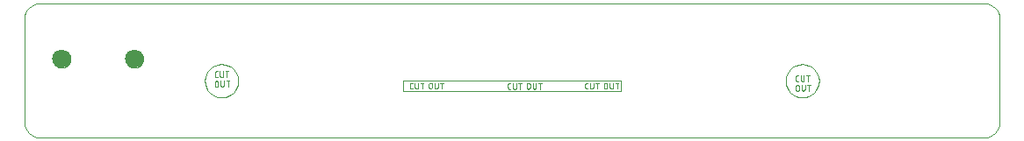
<source format=gbs>
G04 EAGLE Gerber RS-274X export*
G75*
%MOMM*%
%FSLAX34Y34*%
%LPD*%
%INSolder Mask bottom*%
%IPPOS*%
%AMOC8*
5,1,8,0,0,1.08239X$1,22.5*%
G01*
%ADD10C,0.001000*%
%ADD11C,0.050800*%
%ADD12C,0.000000*%
%ADD13C,1.801600*%


D10*
X-208369Y447928D02*
X701481Y447928D01*
X704509Y447620D01*
X707335Y446739D01*
X709895Y445345D01*
X712128Y443500D01*
X713973Y441267D01*
X715367Y438707D01*
X716248Y435881D01*
X716556Y432853D01*
X716556Y333003D01*
X716248Y329975D01*
X715367Y327149D01*
X713973Y324589D01*
X712128Y322356D01*
X709895Y320511D01*
X707335Y319117D01*
X704509Y318236D01*
X701481Y317928D01*
X-208369Y317928D01*
X-211397Y318236D01*
X-214223Y319117D01*
X-216783Y320511D01*
X-219016Y322356D01*
X-220861Y324589D01*
X-222255Y327149D01*
X-223136Y329975D01*
X-223444Y333003D01*
X-223444Y432853D01*
X-223136Y435881D01*
X-222255Y438707D01*
X-220861Y441267D01*
X-219016Y443500D01*
X-216783Y445345D01*
X-214223Y446739D01*
X-211397Y447620D01*
X-208369Y447928D01*
X526556Y388978D02*
X529791Y388652D01*
X532803Y387717D01*
X535530Y386237D01*
X537905Y384277D01*
X539865Y381902D01*
X541345Y379175D01*
X542280Y376163D01*
X542606Y372928D01*
X542280Y369693D01*
X541345Y366681D01*
X539865Y363954D01*
X537905Y361579D01*
X535530Y359619D01*
X532803Y358139D01*
X529791Y357204D01*
X526556Y356878D01*
X523321Y357204D01*
X520309Y358139D01*
X517582Y359619D01*
X515207Y361579D01*
X513247Y363954D01*
X511767Y366681D01*
X510832Y369693D01*
X510506Y372928D01*
X510832Y376163D01*
X511767Y379175D01*
X513247Y381902D01*
X515207Y384277D01*
X517582Y386237D01*
X520309Y387717D01*
X523321Y388652D01*
X526556Y388978D01*
X-30209Y388652D02*
X-33444Y388978D01*
X-30209Y388652D02*
X-27197Y387717D01*
X-24470Y386237D01*
X-22095Y384277D01*
X-20135Y381902D01*
X-18655Y379175D01*
X-17720Y376163D01*
X-17394Y372928D01*
X-17720Y369693D01*
X-18655Y366681D01*
X-20135Y363954D01*
X-22095Y361579D01*
X-24470Y359619D01*
X-27197Y358139D01*
X-30209Y357204D01*
X-33444Y356878D01*
X-36679Y357204D01*
X-39691Y358139D01*
X-42418Y359619D01*
X-44793Y361579D01*
X-46753Y363954D01*
X-48233Y366681D01*
X-49168Y369693D01*
X-49494Y372928D01*
X-49168Y376163D01*
X-48233Y379175D01*
X-46753Y381902D01*
X-44793Y384277D01*
X-42418Y386237D01*
X-39691Y387717D01*
X-36679Y388652D01*
X-33444Y388978D01*
X141556Y362928D02*
X351556Y362928D01*
X351556Y372928D01*
X141556Y372928D01*
X141556Y362928D01*
X523425Y388670D02*
X526556Y388978D01*
X523425Y388670D02*
X520414Y387756D01*
X517639Y386273D01*
X515207Y384277D01*
X513211Y381845D01*
X511728Y379070D01*
X510814Y376059D01*
X510506Y372928D01*
X510814Y369797D01*
X511728Y366786D01*
X513211Y364011D01*
X515207Y361579D01*
X517639Y359583D01*
X520414Y358100D01*
X523425Y357186D01*
X526556Y356878D01*
X529687Y357186D01*
X532698Y358100D01*
X535473Y359583D01*
X537905Y361579D01*
X539901Y364011D01*
X541384Y366786D01*
X542298Y369797D01*
X542606Y372928D01*
X542298Y376059D01*
X541384Y379070D01*
X539901Y381845D01*
X537905Y384277D01*
X535473Y386273D01*
X532698Y387756D01*
X529687Y388670D01*
X526556Y388978D01*
X-33444Y388978D02*
X-36575Y388670D01*
X-39586Y387756D01*
X-42361Y386273D01*
X-44793Y384277D01*
X-46789Y381845D01*
X-48272Y379070D01*
X-49186Y376059D01*
X-49494Y372928D01*
X-49186Y369797D01*
X-48272Y366786D01*
X-46789Y364011D01*
X-44793Y361579D01*
X-42361Y359583D01*
X-39586Y358100D01*
X-36575Y357186D01*
X-33444Y356878D01*
X-30313Y357186D01*
X-27302Y358100D01*
X-24527Y359583D01*
X-22095Y361579D01*
X-20099Y364011D01*
X-18616Y366786D01*
X-17702Y369797D01*
X-17394Y372928D01*
X-17702Y376059D01*
X-18616Y379070D01*
X-20099Y381845D01*
X-22095Y384277D01*
X-24527Y386273D01*
X-27302Y387756D01*
X-30313Y388670D01*
X-33444Y388978D01*
D11*
X-37262Y376398D02*
X-38504Y376398D01*
X-38574Y376400D01*
X-38643Y376406D01*
X-38712Y376416D01*
X-38780Y376429D01*
X-38848Y376447D01*
X-38914Y376468D01*
X-38979Y376493D01*
X-39043Y376521D01*
X-39105Y376553D01*
X-39165Y376588D01*
X-39223Y376627D01*
X-39278Y376669D01*
X-39332Y376714D01*
X-39382Y376762D01*
X-39430Y376812D01*
X-39475Y376866D01*
X-39517Y376921D01*
X-39556Y376979D01*
X-39591Y377039D01*
X-39623Y377101D01*
X-39651Y377165D01*
X-39676Y377230D01*
X-39697Y377296D01*
X-39715Y377364D01*
X-39728Y377432D01*
X-39738Y377501D01*
X-39744Y377570D01*
X-39746Y377640D01*
X-39746Y380744D01*
X-39744Y380814D01*
X-39738Y380883D01*
X-39728Y380952D01*
X-39715Y381020D01*
X-39697Y381088D01*
X-39676Y381154D01*
X-39651Y381219D01*
X-39623Y381283D01*
X-39591Y381345D01*
X-39556Y381405D01*
X-39517Y381463D01*
X-39475Y381518D01*
X-39430Y381572D01*
X-39382Y381622D01*
X-39332Y381670D01*
X-39278Y381715D01*
X-39223Y381757D01*
X-39165Y381796D01*
X-39105Y381831D01*
X-39043Y381863D01*
X-38979Y381891D01*
X-38914Y381916D01*
X-38848Y381937D01*
X-38780Y381955D01*
X-38712Y381968D01*
X-38643Y381978D01*
X-38574Y381984D01*
X-38504Y381986D01*
X-37262Y381986D01*
X-34975Y381986D02*
X-34975Y377950D01*
X-34973Y377873D01*
X-34967Y377795D01*
X-34958Y377719D01*
X-34944Y377642D01*
X-34927Y377567D01*
X-34906Y377493D01*
X-34881Y377419D01*
X-34853Y377347D01*
X-34821Y377277D01*
X-34786Y377208D01*
X-34747Y377141D01*
X-34705Y377076D01*
X-34660Y377013D01*
X-34612Y376952D01*
X-34561Y376894D01*
X-34507Y376839D01*
X-34450Y376786D01*
X-34391Y376737D01*
X-34329Y376690D01*
X-34265Y376646D01*
X-34199Y376606D01*
X-34131Y376569D01*
X-34061Y376535D01*
X-33990Y376505D01*
X-33917Y376479D01*
X-33843Y376456D01*
X-33768Y376437D01*
X-33693Y376422D01*
X-33616Y376410D01*
X-33539Y376402D01*
X-33462Y376398D01*
X-33384Y376398D01*
X-33307Y376402D01*
X-33230Y376410D01*
X-33153Y376422D01*
X-33078Y376437D01*
X-33003Y376456D01*
X-32929Y376479D01*
X-32856Y376505D01*
X-32785Y376535D01*
X-32715Y376569D01*
X-32647Y376606D01*
X-32581Y376646D01*
X-32517Y376690D01*
X-32455Y376737D01*
X-32396Y376786D01*
X-32339Y376839D01*
X-32285Y376894D01*
X-32234Y376952D01*
X-32186Y377013D01*
X-32141Y377076D01*
X-32099Y377141D01*
X-32060Y377208D01*
X-32025Y377277D01*
X-31993Y377347D01*
X-31965Y377419D01*
X-31940Y377493D01*
X-31919Y377567D01*
X-31902Y377642D01*
X-31888Y377719D01*
X-31879Y377795D01*
X-31873Y377873D01*
X-31871Y377950D01*
X-31870Y377950D02*
X-31870Y381986D01*
X-28119Y381986D02*
X-28119Y376398D01*
X-29671Y381986D02*
X-26567Y381986D01*
X-39746Y371290D02*
X-39746Y368806D01*
X-39746Y371290D02*
X-39744Y371367D01*
X-39738Y371445D01*
X-39729Y371521D01*
X-39715Y371598D01*
X-39698Y371673D01*
X-39677Y371747D01*
X-39652Y371821D01*
X-39624Y371893D01*
X-39592Y371963D01*
X-39557Y372032D01*
X-39518Y372099D01*
X-39476Y372164D01*
X-39431Y372227D01*
X-39383Y372288D01*
X-39332Y372346D01*
X-39278Y372401D01*
X-39221Y372454D01*
X-39162Y372503D01*
X-39100Y372550D01*
X-39036Y372594D01*
X-38970Y372634D01*
X-38902Y372671D01*
X-38832Y372705D01*
X-38761Y372735D01*
X-38688Y372761D01*
X-38614Y372784D01*
X-38539Y372803D01*
X-38464Y372818D01*
X-38387Y372830D01*
X-38310Y372838D01*
X-38233Y372842D01*
X-38155Y372842D01*
X-38078Y372838D01*
X-38001Y372830D01*
X-37924Y372818D01*
X-37849Y372803D01*
X-37774Y372784D01*
X-37700Y372761D01*
X-37627Y372735D01*
X-37556Y372705D01*
X-37486Y372671D01*
X-37418Y372634D01*
X-37352Y372594D01*
X-37288Y372550D01*
X-37226Y372503D01*
X-37167Y372454D01*
X-37110Y372401D01*
X-37056Y372346D01*
X-37005Y372288D01*
X-36957Y372227D01*
X-36912Y372164D01*
X-36870Y372099D01*
X-36831Y372032D01*
X-36796Y371963D01*
X-36764Y371893D01*
X-36736Y371821D01*
X-36711Y371747D01*
X-36690Y371673D01*
X-36673Y371598D01*
X-36659Y371521D01*
X-36650Y371445D01*
X-36644Y371367D01*
X-36642Y371290D01*
X-36642Y368806D01*
X-36644Y368729D01*
X-36650Y368651D01*
X-36659Y368575D01*
X-36673Y368498D01*
X-36690Y368423D01*
X-36711Y368349D01*
X-36736Y368275D01*
X-36764Y368203D01*
X-36796Y368133D01*
X-36831Y368064D01*
X-36870Y367997D01*
X-36912Y367932D01*
X-36957Y367869D01*
X-37005Y367808D01*
X-37056Y367750D01*
X-37110Y367695D01*
X-37167Y367642D01*
X-37226Y367593D01*
X-37288Y367546D01*
X-37352Y367502D01*
X-37418Y367462D01*
X-37486Y367425D01*
X-37556Y367391D01*
X-37627Y367361D01*
X-37700Y367335D01*
X-37774Y367312D01*
X-37849Y367293D01*
X-37924Y367278D01*
X-38001Y367266D01*
X-38078Y367258D01*
X-38155Y367254D01*
X-38233Y367254D01*
X-38310Y367258D01*
X-38387Y367266D01*
X-38464Y367278D01*
X-38539Y367293D01*
X-38614Y367312D01*
X-38688Y367335D01*
X-38761Y367361D01*
X-38832Y367391D01*
X-38902Y367425D01*
X-38970Y367462D01*
X-39036Y367502D01*
X-39100Y367546D01*
X-39162Y367593D01*
X-39221Y367642D01*
X-39278Y367695D01*
X-39332Y367750D01*
X-39383Y367808D01*
X-39431Y367869D01*
X-39476Y367932D01*
X-39518Y367997D01*
X-39557Y368064D01*
X-39592Y368133D01*
X-39624Y368203D01*
X-39652Y368275D01*
X-39677Y368349D01*
X-39698Y368423D01*
X-39715Y368498D01*
X-39729Y368575D01*
X-39738Y368651D01*
X-39744Y368729D01*
X-39746Y368806D01*
X-34077Y368806D02*
X-34077Y372842D01*
X-34077Y368806D02*
X-34075Y368729D01*
X-34069Y368651D01*
X-34060Y368575D01*
X-34046Y368498D01*
X-34029Y368423D01*
X-34008Y368349D01*
X-33983Y368275D01*
X-33955Y368203D01*
X-33923Y368133D01*
X-33888Y368064D01*
X-33849Y367997D01*
X-33807Y367932D01*
X-33762Y367869D01*
X-33714Y367808D01*
X-33663Y367750D01*
X-33609Y367695D01*
X-33552Y367642D01*
X-33493Y367593D01*
X-33431Y367546D01*
X-33367Y367502D01*
X-33301Y367462D01*
X-33233Y367425D01*
X-33163Y367391D01*
X-33092Y367361D01*
X-33019Y367335D01*
X-32945Y367312D01*
X-32870Y367293D01*
X-32795Y367278D01*
X-32718Y367266D01*
X-32641Y367258D01*
X-32564Y367254D01*
X-32486Y367254D01*
X-32409Y367258D01*
X-32332Y367266D01*
X-32255Y367278D01*
X-32180Y367293D01*
X-32105Y367312D01*
X-32031Y367335D01*
X-31958Y367361D01*
X-31887Y367391D01*
X-31817Y367425D01*
X-31749Y367462D01*
X-31683Y367502D01*
X-31619Y367546D01*
X-31557Y367593D01*
X-31498Y367642D01*
X-31441Y367695D01*
X-31387Y367750D01*
X-31336Y367808D01*
X-31288Y367869D01*
X-31243Y367932D01*
X-31201Y367997D01*
X-31162Y368064D01*
X-31127Y368133D01*
X-31095Y368203D01*
X-31067Y368275D01*
X-31042Y368349D01*
X-31021Y368423D01*
X-31004Y368498D01*
X-30990Y368575D01*
X-30981Y368651D01*
X-30975Y368729D01*
X-30973Y368806D01*
X-30972Y368806D02*
X-30972Y372842D01*
X-27221Y372842D02*
X-27221Y367254D01*
X-28773Y372842D02*
X-25669Y372842D01*
X521496Y372398D02*
X522738Y372398D01*
X521496Y372398D02*
X521426Y372400D01*
X521357Y372406D01*
X521288Y372416D01*
X521220Y372429D01*
X521152Y372447D01*
X521086Y372468D01*
X521021Y372493D01*
X520957Y372521D01*
X520895Y372553D01*
X520835Y372588D01*
X520777Y372627D01*
X520722Y372669D01*
X520668Y372714D01*
X520618Y372762D01*
X520570Y372812D01*
X520525Y372866D01*
X520483Y372921D01*
X520444Y372979D01*
X520409Y373039D01*
X520377Y373101D01*
X520349Y373165D01*
X520324Y373230D01*
X520303Y373296D01*
X520285Y373364D01*
X520272Y373432D01*
X520262Y373501D01*
X520256Y373570D01*
X520254Y373640D01*
X520254Y376744D01*
X520256Y376814D01*
X520262Y376883D01*
X520272Y376952D01*
X520285Y377020D01*
X520303Y377088D01*
X520324Y377154D01*
X520349Y377219D01*
X520377Y377283D01*
X520409Y377345D01*
X520444Y377405D01*
X520483Y377463D01*
X520525Y377518D01*
X520570Y377572D01*
X520618Y377622D01*
X520668Y377670D01*
X520722Y377715D01*
X520777Y377757D01*
X520835Y377796D01*
X520895Y377831D01*
X520957Y377863D01*
X521021Y377891D01*
X521086Y377916D01*
X521152Y377937D01*
X521220Y377955D01*
X521288Y377968D01*
X521357Y377978D01*
X521426Y377984D01*
X521496Y377986D01*
X522738Y377986D01*
X525025Y377986D02*
X525025Y373950D01*
X525027Y373873D01*
X525033Y373795D01*
X525042Y373719D01*
X525056Y373642D01*
X525073Y373567D01*
X525094Y373493D01*
X525119Y373419D01*
X525147Y373347D01*
X525179Y373277D01*
X525214Y373208D01*
X525253Y373141D01*
X525295Y373076D01*
X525340Y373013D01*
X525388Y372952D01*
X525439Y372894D01*
X525493Y372839D01*
X525550Y372786D01*
X525609Y372737D01*
X525671Y372690D01*
X525735Y372646D01*
X525801Y372606D01*
X525869Y372569D01*
X525939Y372535D01*
X526010Y372505D01*
X526083Y372479D01*
X526157Y372456D01*
X526232Y372437D01*
X526307Y372422D01*
X526384Y372410D01*
X526461Y372402D01*
X526538Y372398D01*
X526616Y372398D01*
X526693Y372402D01*
X526770Y372410D01*
X526847Y372422D01*
X526922Y372437D01*
X526997Y372456D01*
X527071Y372479D01*
X527144Y372505D01*
X527215Y372535D01*
X527285Y372569D01*
X527353Y372606D01*
X527419Y372646D01*
X527483Y372690D01*
X527545Y372737D01*
X527604Y372786D01*
X527661Y372839D01*
X527715Y372894D01*
X527766Y372952D01*
X527814Y373013D01*
X527859Y373076D01*
X527901Y373141D01*
X527940Y373208D01*
X527975Y373277D01*
X528007Y373347D01*
X528035Y373419D01*
X528060Y373493D01*
X528081Y373567D01*
X528098Y373642D01*
X528112Y373719D01*
X528121Y373795D01*
X528127Y373873D01*
X528129Y373950D01*
X528130Y373950D02*
X528130Y377986D01*
X531881Y377986D02*
X531881Y372398D01*
X530329Y377986D02*
X533433Y377986D01*
X520254Y367290D02*
X520254Y364806D01*
X520254Y367290D02*
X520256Y367367D01*
X520262Y367445D01*
X520271Y367521D01*
X520285Y367598D01*
X520302Y367673D01*
X520323Y367747D01*
X520348Y367821D01*
X520376Y367893D01*
X520408Y367963D01*
X520443Y368032D01*
X520482Y368099D01*
X520524Y368164D01*
X520569Y368227D01*
X520617Y368288D01*
X520668Y368346D01*
X520722Y368401D01*
X520779Y368454D01*
X520838Y368503D01*
X520900Y368550D01*
X520964Y368594D01*
X521030Y368634D01*
X521098Y368671D01*
X521168Y368705D01*
X521239Y368735D01*
X521312Y368761D01*
X521386Y368784D01*
X521461Y368803D01*
X521536Y368818D01*
X521613Y368830D01*
X521690Y368838D01*
X521767Y368842D01*
X521845Y368842D01*
X521922Y368838D01*
X521999Y368830D01*
X522076Y368818D01*
X522151Y368803D01*
X522226Y368784D01*
X522300Y368761D01*
X522373Y368735D01*
X522444Y368705D01*
X522514Y368671D01*
X522582Y368634D01*
X522648Y368594D01*
X522712Y368550D01*
X522774Y368503D01*
X522833Y368454D01*
X522890Y368401D01*
X522944Y368346D01*
X522995Y368288D01*
X523043Y368227D01*
X523088Y368164D01*
X523130Y368099D01*
X523169Y368032D01*
X523204Y367963D01*
X523236Y367893D01*
X523264Y367821D01*
X523289Y367747D01*
X523310Y367673D01*
X523327Y367598D01*
X523341Y367521D01*
X523350Y367445D01*
X523356Y367367D01*
X523358Y367290D01*
X523358Y364806D01*
X523356Y364729D01*
X523350Y364651D01*
X523341Y364575D01*
X523327Y364498D01*
X523310Y364423D01*
X523289Y364349D01*
X523264Y364275D01*
X523236Y364203D01*
X523204Y364133D01*
X523169Y364064D01*
X523130Y363997D01*
X523088Y363932D01*
X523043Y363869D01*
X522995Y363808D01*
X522944Y363750D01*
X522890Y363695D01*
X522833Y363642D01*
X522774Y363593D01*
X522712Y363546D01*
X522648Y363502D01*
X522582Y363462D01*
X522514Y363425D01*
X522444Y363391D01*
X522373Y363361D01*
X522300Y363335D01*
X522226Y363312D01*
X522151Y363293D01*
X522076Y363278D01*
X521999Y363266D01*
X521922Y363258D01*
X521845Y363254D01*
X521767Y363254D01*
X521690Y363258D01*
X521613Y363266D01*
X521536Y363278D01*
X521461Y363293D01*
X521386Y363312D01*
X521312Y363335D01*
X521239Y363361D01*
X521168Y363391D01*
X521098Y363425D01*
X521030Y363462D01*
X520964Y363502D01*
X520900Y363546D01*
X520838Y363593D01*
X520779Y363642D01*
X520722Y363695D01*
X520668Y363750D01*
X520617Y363808D01*
X520569Y363869D01*
X520524Y363932D01*
X520482Y363997D01*
X520443Y364064D01*
X520408Y364133D01*
X520376Y364203D01*
X520348Y364275D01*
X520323Y364349D01*
X520302Y364423D01*
X520285Y364498D01*
X520271Y364575D01*
X520262Y364651D01*
X520256Y364729D01*
X520254Y364806D01*
X525923Y364806D02*
X525923Y368842D01*
X525923Y364806D02*
X525925Y364729D01*
X525931Y364651D01*
X525940Y364575D01*
X525954Y364498D01*
X525971Y364423D01*
X525992Y364349D01*
X526017Y364275D01*
X526045Y364203D01*
X526077Y364133D01*
X526112Y364064D01*
X526151Y363997D01*
X526193Y363932D01*
X526238Y363869D01*
X526286Y363808D01*
X526337Y363750D01*
X526391Y363695D01*
X526448Y363642D01*
X526507Y363593D01*
X526569Y363546D01*
X526633Y363502D01*
X526699Y363462D01*
X526767Y363425D01*
X526837Y363391D01*
X526908Y363361D01*
X526981Y363335D01*
X527055Y363312D01*
X527130Y363293D01*
X527205Y363278D01*
X527282Y363266D01*
X527359Y363258D01*
X527436Y363254D01*
X527514Y363254D01*
X527591Y363258D01*
X527668Y363266D01*
X527745Y363278D01*
X527820Y363293D01*
X527895Y363312D01*
X527969Y363335D01*
X528042Y363361D01*
X528113Y363391D01*
X528183Y363425D01*
X528251Y363462D01*
X528317Y363502D01*
X528381Y363546D01*
X528443Y363593D01*
X528502Y363642D01*
X528559Y363695D01*
X528613Y363750D01*
X528664Y363808D01*
X528712Y363869D01*
X528757Y363932D01*
X528799Y363997D01*
X528838Y364064D01*
X528873Y364133D01*
X528905Y364203D01*
X528933Y364275D01*
X528958Y364349D01*
X528979Y364423D01*
X528996Y364498D01*
X529010Y364575D01*
X529019Y364651D01*
X529025Y364729D01*
X529027Y364806D01*
X529028Y364806D02*
X529028Y368842D01*
X532779Y368842D02*
X532779Y363254D01*
X531227Y368842D02*
X534331Y368842D01*
X150738Y365254D02*
X149496Y365254D01*
X149426Y365256D01*
X149357Y365262D01*
X149288Y365272D01*
X149220Y365285D01*
X149152Y365303D01*
X149086Y365324D01*
X149021Y365349D01*
X148957Y365377D01*
X148895Y365409D01*
X148835Y365444D01*
X148777Y365483D01*
X148722Y365525D01*
X148668Y365570D01*
X148618Y365618D01*
X148570Y365668D01*
X148525Y365722D01*
X148483Y365777D01*
X148444Y365835D01*
X148409Y365895D01*
X148377Y365957D01*
X148349Y366021D01*
X148324Y366086D01*
X148303Y366152D01*
X148285Y366220D01*
X148272Y366288D01*
X148262Y366357D01*
X148256Y366426D01*
X148254Y366496D01*
X148254Y369600D01*
X148256Y369670D01*
X148262Y369739D01*
X148272Y369808D01*
X148285Y369876D01*
X148303Y369944D01*
X148324Y370010D01*
X148349Y370075D01*
X148377Y370139D01*
X148409Y370201D01*
X148444Y370261D01*
X148483Y370319D01*
X148525Y370374D01*
X148570Y370428D01*
X148618Y370478D01*
X148668Y370526D01*
X148722Y370571D01*
X148777Y370613D01*
X148835Y370652D01*
X148895Y370687D01*
X148957Y370719D01*
X149021Y370747D01*
X149086Y370772D01*
X149152Y370793D01*
X149220Y370811D01*
X149288Y370824D01*
X149357Y370834D01*
X149426Y370840D01*
X149496Y370842D01*
X150738Y370842D01*
X153025Y370842D02*
X153025Y366806D01*
X153027Y366729D01*
X153033Y366651D01*
X153042Y366575D01*
X153056Y366498D01*
X153073Y366423D01*
X153094Y366349D01*
X153119Y366275D01*
X153147Y366203D01*
X153179Y366133D01*
X153214Y366064D01*
X153253Y365997D01*
X153295Y365932D01*
X153340Y365869D01*
X153388Y365808D01*
X153439Y365750D01*
X153493Y365695D01*
X153550Y365642D01*
X153609Y365593D01*
X153671Y365546D01*
X153735Y365502D01*
X153801Y365462D01*
X153869Y365425D01*
X153939Y365391D01*
X154010Y365361D01*
X154083Y365335D01*
X154157Y365312D01*
X154232Y365293D01*
X154307Y365278D01*
X154384Y365266D01*
X154461Y365258D01*
X154538Y365254D01*
X154616Y365254D01*
X154693Y365258D01*
X154770Y365266D01*
X154847Y365278D01*
X154922Y365293D01*
X154997Y365312D01*
X155071Y365335D01*
X155144Y365361D01*
X155215Y365391D01*
X155285Y365425D01*
X155353Y365462D01*
X155419Y365502D01*
X155483Y365546D01*
X155545Y365593D01*
X155604Y365642D01*
X155661Y365695D01*
X155715Y365750D01*
X155766Y365808D01*
X155814Y365869D01*
X155859Y365932D01*
X155901Y365997D01*
X155940Y366064D01*
X155975Y366133D01*
X156007Y366203D01*
X156035Y366275D01*
X156060Y366349D01*
X156081Y366423D01*
X156098Y366498D01*
X156112Y366575D01*
X156121Y366651D01*
X156127Y366729D01*
X156129Y366806D01*
X156130Y366806D02*
X156130Y370842D01*
X159881Y370842D02*
X159881Y365254D01*
X158329Y370842D02*
X161433Y370842D01*
X166375Y369290D02*
X166375Y366806D01*
X166375Y369290D02*
X166377Y369367D01*
X166383Y369445D01*
X166392Y369521D01*
X166406Y369598D01*
X166423Y369673D01*
X166444Y369747D01*
X166469Y369821D01*
X166497Y369893D01*
X166529Y369963D01*
X166564Y370032D01*
X166603Y370099D01*
X166645Y370164D01*
X166690Y370227D01*
X166738Y370288D01*
X166789Y370346D01*
X166843Y370401D01*
X166900Y370454D01*
X166959Y370503D01*
X167021Y370550D01*
X167085Y370594D01*
X167151Y370634D01*
X167219Y370671D01*
X167289Y370705D01*
X167360Y370735D01*
X167433Y370761D01*
X167507Y370784D01*
X167582Y370803D01*
X167657Y370818D01*
X167734Y370830D01*
X167811Y370838D01*
X167888Y370842D01*
X167966Y370842D01*
X168043Y370838D01*
X168120Y370830D01*
X168197Y370818D01*
X168272Y370803D01*
X168347Y370784D01*
X168421Y370761D01*
X168494Y370735D01*
X168565Y370705D01*
X168635Y370671D01*
X168703Y370634D01*
X168769Y370594D01*
X168833Y370550D01*
X168895Y370503D01*
X168954Y370454D01*
X169011Y370401D01*
X169065Y370346D01*
X169116Y370288D01*
X169164Y370227D01*
X169209Y370164D01*
X169251Y370099D01*
X169290Y370032D01*
X169325Y369963D01*
X169357Y369893D01*
X169385Y369821D01*
X169410Y369747D01*
X169431Y369673D01*
X169448Y369598D01*
X169462Y369521D01*
X169471Y369445D01*
X169477Y369367D01*
X169479Y369290D01*
X169480Y369290D02*
X169480Y366806D01*
X169479Y366806D02*
X169477Y366729D01*
X169471Y366651D01*
X169462Y366575D01*
X169448Y366498D01*
X169431Y366423D01*
X169410Y366349D01*
X169385Y366275D01*
X169357Y366203D01*
X169325Y366133D01*
X169290Y366064D01*
X169251Y365997D01*
X169209Y365932D01*
X169164Y365869D01*
X169116Y365808D01*
X169065Y365750D01*
X169011Y365695D01*
X168954Y365642D01*
X168895Y365593D01*
X168833Y365546D01*
X168769Y365502D01*
X168703Y365462D01*
X168635Y365425D01*
X168565Y365391D01*
X168494Y365361D01*
X168421Y365335D01*
X168347Y365312D01*
X168272Y365293D01*
X168197Y365278D01*
X168120Y365266D01*
X168043Y365258D01*
X167966Y365254D01*
X167888Y365254D01*
X167811Y365258D01*
X167734Y365266D01*
X167657Y365278D01*
X167582Y365293D01*
X167507Y365312D01*
X167433Y365335D01*
X167360Y365361D01*
X167289Y365391D01*
X167219Y365425D01*
X167151Y365462D01*
X167085Y365502D01*
X167021Y365546D01*
X166959Y365593D01*
X166900Y365642D01*
X166843Y365695D01*
X166789Y365750D01*
X166738Y365808D01*
X166690Y365869D01*
X166645Y365932D01*
X166603Y365997D01*
X166564Y366064D01*
X166529Y366133D01*
X166497Y366203D01*
X166469Y366275D01*
X166444Y366349D01*
X166423Y366423D01*
X166406Y366498D01*
X166392Y366575D01*
X166383Y366651D01*
X166377Y366729D01*
X166375Y366806D01*
X172045Y366806D02*
X172045Y370842D01*
X172045Y366806D02*
X172047Y366729D01*
X172053Y366651D01*
X172062Y366575D01*
X172076Y366498D01*
X172093Y366423D01*
X172114Y366349D01*
X172139Y366275D01*
X172167Y366203D01*
X172199Y366133D01*
X172234Y366064D01*
X172273Y365997D01*
X172315Y365932D01*
X172360Y365869D01*
X172408Y365808D01*
X172459Y365750D01*
X172513Y365695D01*
X172570Y365642D01*
X172629Y365593D01*
X172691Y365546D01*
X172755Y365502D01*
X172821Y365462D01*
X172889Y365425D01*
X172959Y365391D01*
X173030Y365361D01*
X173103Y365335D01*
X173177Y365312D01*
X173252Y365293D01*
X173327Y365278D01*
X173404Y365266D01*
X173481Y365258D01*
X173558Y365254D01*
X173636Y365254D01*
X173713Y365258D01*
X173790Y365266D01*
X173867Y365278D01*
X173942Y365293D01*
X174017Y365312D01*
X174091Y365335D01*
X174164Y365361D01*
X174235Y365391D01*
X174305Y365425D01*
X174373Y365462D01*
X174439Y365502D01*
X174503Y365546D01*
X174565Y365593D01*
X174624Y365642D01*
X174681Y365695D01*
X174735Y365750D01*
X174786Y365808D01*
X174834Y365869D01*
X174879Y365932D01*
X174921Y365997D01*
X174960Y366064D01*
X174995Y366133D01*
X175027Y366203D01*
X175055Y366275D01*
X175080Y366349D01*
X175101Y366423D01*
X175118Y366498D01*
X175132Y366575D01*
X175141Y366651D01*
X175147Y366729D01*
X175149Y366806D01*
X175149Y370842D01*
X178900Y370842D02*
X178900Y365254D01*
X177348Y370842D02*
X180452Y370842D01*
X244058Y364955D02*
X245300Y364955D01*
X244058Y364955D02*
X243988Y364957D01*
X243919Y364963D01*
X243850Y364973D01*
X243782Y364986D01*
X243714Y365004D01*
X243648Y365025D01*
X243583Y365050D01*
X243519Y365078D01*
X243457Y365110D01*
X243397Y365145D01*
X243339Y365184D01*
X243284Y365226D01*
X243230Y365271D01*
X243180Y365319D01*
X243132Y365369D01*
X243087Y365423D01*
X243045Y365478D01*
X243006Y365536D01*
X242971Y365596D01*
X242939Y365658D01*
X242911Y365722D01*
X242886Y365787D01*
X242865Y365853D01*
X242847Y365921D01*
X242834Y365989D01*
X242824Y366058D01*
X242818Y366127D01*
X242816Y366197D01*
X242816Y369301D01*
X242818Y369371D01*
X242824Y369440D01*
X242834Y369509D01*
X242847Y369577D01*
X242865Y369645D01*
X242886Y369711D01*
X242911Y369776D01*
X242939Y369840D01*
X242971Y369902D01*
X243006Y369962D01*
X243045Y370020D01*
X243087Y370075D01*
X243132Y370129D01*
X243180Y370179D01*
X243230Y370227D01*
X243284Y370272D01*
X243339Y370314D01*
X243397Y370353D01*
X243457Y370388D01*
X243519Y370420D01*
X243583Y370448D01*
X243648Y370473D01*
X243714Y370494D01*
X243782Y370512D01*
X243850Y370525D01*
X243919Y370535D01*
X243988Y370541D01*
X244058Y370543D01*
X245300Y370543D01*
X247587Y370543D02*
X247587Y366507D01*
X247588Y366507D02*
X247590Y366430D01*
X247596Y366352D01*
X247605Y366276D01*
X247619Y366199D01*
X247636Y366124D01*
X247657Y366050D01*
X247682Y365976D01*
X247710Y365904D01*
X247742Y365834D01*
X247777Y365765D01*
X247816Y365698D01*
X247858Y365633D01*
X247903Y365570D01*
X247951Y365509D01*
X248002Y365451D01*
X248056Y365396D01*
X248113Y365343D01*
X248172Y365294D01*
X248234Y365247D01*
X248298Y365203D01*
X248364Y365163D01*
X248432Y365126D01*
X248502Y365092D01*
X248573Y365062D01*
X248646Y365036D01*
X248720Y365013D01*
X248795Y364994D01*
X248870Y364979D01*
X248947Y364967D01*
X249024Y364959D01*
X249101Y364955D01*
X249179Y364955D01*
X249256Y364959D01*
X249333Y364967D01*
X249410Y364979D01*
X249485Y364994D01*
X249560Y365013D01*
X249634Y365036D01*
X249707Y365062D01*
X249778Y365092D01*
X249848Y365126D01*
X249916Y365163D01*
X249982Y365203D01*
X250046Y365247D01*
X250108Y365294D01*
X250167Y365343D01*
X250224Y365396D01*
X250278Y365451D01*
X250329Y365509D01*
X250377Y365570D01*
X250422Y365633D01*
X250464Y365698D01*
X250503Y365765D01*
X250538Y365834D01*
X250570Y365904D01*
X250598Y365976D01*
X250623Y366050D01*
X250644Y366124D01*
X250661Y366199D01*
X250675Y366276D01*
X250684Y366352D01*
X250690Y366430D01*
X250692Y366507D01*
X250692Y370543D01*
X254443Y370543D02*
X254443Y364955D01*
X252891Y370543D02*
X255995Y370543D01*
X260938Y368991D02*
X260938Y366507D01*
X260938Y368991D02*
X260940Y369068D01*
X260946Y369146D01*
X260955Y369222D01*
X260969Y369299D01*
X260986Y369374D01*
X261007Y369448D01*
X261032Y369522D01*
X261060Y369594D01*
X261092Y369664D01*
X261127Y369733D01*
X261166Y369800D01*
X261208Y369865D01*
X261253Y369928D01*
X261301Y369989D01*
X261352Y370047D01*
X261406Y370102D01*
X261463Y370155D01*
X261522Y370204D01*
X261584Y370251D01*
X261648Y370295D01*
X261714Y370335D01*
X261782Y370372D01*
X261852Y370406D01*
X261923Y370436D01*
X261996Y370462D01*
X262070Y370485D01*
X262145Y370504D01*
X262220Y370519D01*
X262297Y370531D01*
X262374Y370539D01*
X262451Y370543D01*
X262529Y370543D01*
X262606Y370539D01*
X262683Y370531D01*
X262760Y370519D01*
X262835Y370504D01*
X262910Y370485D01*
X262984Y370462D01*
X263057Y370436D01*
X263128Y370406D01*
X263198Y370372D01*
X263266Y370335D01*
X263332Y370295D01*
X263396Y370251D01*
X263458Y370204D01*
X263517Y370155D01*
X263574Y370102D01*
X263628Y370047D01*
X263679Y369989D01*
X263727Y369928D01*
X263772Y369865D01*
X263814Y369800D01*
X263853Y369733D01*
X263888Y369664D01*
X263920Y369594D01*
X263948Y369522D01*
X263973Y369448D01*
X263994Y369374D01*
X264011Y369299D01*
X264025Y369222D01*
X264034Y369146D01*
X264040Y369068D01*
X264042Y368991D01*
X264042Y366507D01*
X264040Y366430D01*
X264034Y366352D01*
X264025Y366276D01*
X264011Y366199D01*
X263994Y366124D01*
X263973Y366050D01*
X263948Y365976D01*
X263920Y365904D01*
X263888Y365834D01*
X263853Y365765D01*
X263814Y365698D01*
X263772Y365633D01*
X263727Y365570D01*
X263679Y365509D01*
X263628Y365451D01*
X263574Y365396D01*
X263517Y365343D01*
X263458Y365294D01*
X263396Y365247D01*
X263332Y365203D01*
X263266Y365163D01*
X263198Y365126D01*
X263128Y365092D01*
X263057Y365062D01*
X262984Y365036D01*
X262910Y365013D01*
X262835Y364994D01*
X262760Y364979D01*
X262683Y364967D01*
X262606Y364959D01*
X262529Y364955D01*
X262451Y364955D01*
X262374Y364959D01*
X262297Y364967D01*
X262220Y364979D01*
X262145Y364994D01*
X262070Y365013D01*
X261996Y365036D01*
X261923Y365062D01*
X261852Y365092D01*
X261782Y365126D01*
X261714Y365163D01*
X261648Y365203D01*
X261584Y365247D01*
X261522Y365294D01*
X261463Y365343D01*
X261406Y365396D01*
X261352Y365451D01*
X261301Y365509D01*
X261253Y365570D01*
X261208Y365633D01*
X261166Y365698D01*
X261127Y365765D01*
X261092Y365834D01*
X261060Y365904D01*
X261032Y365976D01*
X261007Y366050D01*
X260986Y366124D01*
X260969Y366199D01*
X260955Y366276D01*
X260946Y366352D01*
X260940Y366430D01*
X260938Y366507D01*
X266607Y366507D02*
X266607Y370543D01*
X266607Y366507D02*
X266609Y366430D01*
X266615Y366352D01*
X266624Y366276D01*
X266638Y366199D01*
X266655Y366124D01*
X266676Y366050D01*
X266701Y365976D01*
X266729Y365904D01*
X266761Y365834D01*
X266796Y365765D01*
X266835Y365698D01*
X266877Y365633D01*
X266922Y365570D01*
X266970Y365509D01*
X267021Y365451D01*
X267075Y365396D01*
X267132Y365343D01*
X267191Y365294D01*
X267253Y365247D01*
X267317Y365203D01*
X267383Y365163D01*
X267451Y365126D01*
X267521Y365092D01*
X267592Y365062D01*
X267665Y365036D01*
X267739Y365013D01*
X267814Y364994D01*
X267889Y364979D01*
X267966Y364967D01*
X268043Y364959D01*
X268120Y364955D01*
X268198Y364955D01*
X268275Y364959D01*
X268352Y364967D01*
X268429Y364979D01*
X268504Y364994D01*
X268579Y365013D01*
X268653Y365036D01*
X268726Y365062D01*
X268797Y365092D01*
X268867Y365126D01*
X268935Y365163D01*
X269001Y365203D01*
X269065Y365247D01*
X269127Y365294D01*
X269186Y365343D01*
X269243Y365396D01*
X269297Y365451D01*
X269348Y365509D01*
X269396Y365570D01*
X269441Y365633D01*
X269483Y365698D01*
X269522Y365765D01*
X269557Y365834D01*
X269589Y365904D01*
X269617Y365976D01*
X269642Y366050D01*
X269663Y366124D01*
X269680Y366199D01*
X269694Y366276D01*
X269703Y366352D01*
X269709Y366430D01*
X269711Y366507D01*
X269711Y370543D01*
X273463Y370543D02*
X273463Y364955D01*
X271910Y370543D02*
X275015Y370543D01*
X318496Y365254D02*
X319738Y365254D01*
X318496Y365254D02*
X318426Y365256D01*
X318357Y365262D01*
X318288Y365272D01*
X318220Y365285D01*
X318152Y365303D01*
X318086Y365324D01*
X318021Y365349D01*
X317957Y365377D01*
X317895Y365409D01*
X317835Y365444D01*
X317777Y365483D01*
X317722Y365525D01*
X317668Y365570D01*
X317618Y365618D01*
X317570Y365668D01*
X317525Y365722D01*
X317483Y365777D01*
X317444Y365835D01*
X317409Y365895D01*
X317377Y365957D01*
X317349Y366021D01*
X317324Y366086D01*
X317303Y366152D01*
X317285Y366220D01*
X317272Y366288D01*
X317262Y366357D01*
X317256Y366426D01*
X317254Y366496D01*
X317254Y369600D01*
X317256Y369670D01*
X317262Y369739D01*
X317272Y369808D01*
X317285Y369876D01*
X317303Y369944D01*
X317324Y370010D01*
X317349Y370075D01*
X317377Y370139D01*
X317409Y370201D01*
X317444Y370261D01*
X317483Y370319D01*
X317525Y370374D01*
X317570Y370428D01*
X317618Y370478D01*
X317668Y370526D01*
X317722Y370571D01*
X317777Y370613D01*
X317835Y370652D01*
X317895Y370687D01*
X317957Y370719D01*
X318021Y370747D01*
X318086Y370772D01*
X318152Y370793D01*
X318220Y370811D01*
X318288Y370824D01*
X318357Y370834D01*
X318426Y370840D01*
X318496Y370842D01*
X319738Y370842D01*
X322025Y370842D02*
X322025Y366806D01*
X322027Y366729D01*
X322033Y366651D01*
X322042Y366575D01*
X322056Y366498D01*
X322073Y366423D01*
X322094Y366349D01*
X322119Y366275D01*
X322147Y366203D01*
X322179Y366133D01*
X322214Y366064D01*
X322253Y365997D01*
X322295Y365932D01*
X322340Y365869D01*
X322388Y365808D01*
X322439Y365750D01*
X322493Y365695D01*
X322550Y365642D01*
X322609Y365593D01*
X322671Y365546D01*
X322735Y365502D01*
X322801Y365462D01*
X322869Y365425D01*
X322939Y365391D01*
X323010Y365361D01*
X323083Y365335D01*
X323157Y365312D01*
X323232Y365293D01*
X323307Y365278D01*
X323384Y365266D01*
X323461Y365258D01*
X323538Y365254D01*
X323616Y365254D01*
X323693Y365258D01*
X323770Y365266D01*
X323847Y365278D01*
X323922Y365293D01*
X323997Y365312D01*
X324071Y365335D01*
X324144Y365361D01*
X324215Y365391D01*
X324285Y365425D01*
X324353Y365462D01*
X324419Y365502D01*
X324483Y365546D01*
X324545Y365593D01*
X324604Y365642D01*
X324661Y365695D01*
X324715Y365750D01*
X324766Y365808D01*
X324814Y365869D01*
X324859Y365932D01*
X324901Y365997D01*
X324940Y366064D01*
X324975Y366133D01*
X325007Y366203D01*
X325035Y366275D01*
X325060Y366349D01*
X325081Y366423D01*
X325098Y366498D01*
X325112Y366575D01*
X325121Y366651D01*
X325127Y366729D01*
X325129Y366806D01*
X325130Y366806D02*
X325130Y370842D01*
X328881Y370842D02*
X328881Y365254D01*
X327329Y370842D02*
X330433Y370842D01*
X335375Y369290D02*
X335375Y366806D01*
X335375Y369290D02*
X335377Y369367D01*
X335383Y369445D01*
X335392Y369521D01*
X335406Y369598D01*
X335423Y369673D01*
X335444Y369747D01*
X335469Y369821D01*
X335497Y369893D01*
X335529Y369963D01*
X335564Y370032D01*
X335603Y370099D01*
X335645Y370164D01*
X335690Y370227D01*
X335738Y370288D01*
X335789Y370346D01*
X335843Y370401D01*
X335900Y370454D01*
X335959Y370503D01*
X336021Y370550D01*
X336085Y370594D01*
X336151Y370634D01*
X336219Y370671D01*
X336289Y370705D01*
X336360Y370735D01*
X336433Y370761D01*
X336507Y370784D01*
X336582Y370803D01*
X336657Y370818D01*
X336734Y370830D01*
X336811Y370838D01*
X336888Y370842D01*
X336966Y370842D01*
X337043Y370838D01*
X337120Y370830D01*
X337197Y370818D01*
X337272Y370803D01*
X337347Y370784D01*
X337421Y370761D01*
X337494Y370735D01*
X337565Y370705D01*
X337635Y370671D01*
X337703Y370634D01*
X337769Y370594D01*
X337833Y370550D01*
X337895Y370503D01*
X337954Y370454D01*
X338011Y370401D01*
X338065Y370346D01*
X338116Y370288D01*
X338164Y370227D01*
X338209Y370164D01*
X338251Y370099D01*
X338290Y370032D01*
X338325Y369963D01*
X338357Y369893D01*
X338385Y369821D01*
X338410Y369747D01*
X338431Y369673D01*
X338448Y369598D01*
X338462Y369521D01*
X338471Y369445D01*
X338477Y369367D01*
X338479Y369290D01*
X338480Y369290D02*
X338480Y366806D01*
X338479Y366806D02*
X338477Y366729D01*
X338471Y366651D01*
X338462Y366575D01*
X338448Y366498D01*
X338431Y366423D01*
X338410Y366349D01*
X338385Y366275D01*
X338357Y366203D01*
X338325Y366133D01*
X338290Y366064D01*
X338251Y365997D01*
X338209Y365932D01*
X338164Y365869D01*
X338116Y365808D01*
X338065Y365750D01*
X338011Y365695D01*
X337954Y365642D01*
X337895Y365593D01*
X337833Y365546D01*
X337769Y365502D01*
X337703Y365462D01*
X337635Y365425D01*
X337565Y365391D01*
X337494Y365361D01*
X337421Y365335D01*
X337347Y365312D01*
X337272Y365293D01*
X337197Y365278D01*
X337120Y365266D01*
X337043Y365258D01*
X336966Y365254D01*
X336888Y365254D01*
X336811Y365258D01*
X336734Y365266D01*
X336657Y365278D01*
X336582Y365293D01*
X336507Y365312D01*
X336433Y365335D01*
X336360Y365361D01*
X336289Y365391D01*
X336219Y365425D01*
X336151Y365462D01*
X336085Y365502D01*
X336021Y365546D01*
X335959Y365593D01*
X335900Y365642D01*
X335843Y365695D01*
X335789Y365750D01*
X335738Y365808D01*
X335690Y365869D01*
X335645Y365932D01*
X335603Y365997D01*
X335564Y366064D01*
X335529Y366133D01*
X335497Y366203D01*
X335469Y366275D01*
X335444Y366349D01*
X335423Y366423D01*
X335406Y366498D01*
X335392Y366575D01*
X335383Y366651D01*
X335377Y366729D01*
X335375Y366806D01*
X341045Y366806D02*
X341045Y370842D01*
X341045Y366806D02*
X341047Y366729D01*
X341053Y366651D01*
X341062Y366575D01*
X341076Y366498D01*
X341093Y366423D01*
X341114Y366349D01*
X341139Y366275D01*
X341167Y366203D01*
X341199Y366133D01*
X341234Y366064D01*
X341273Y365997D01*
X341315Y365932D01*
X341360Y365869D01*
X341408Y365808D01*
X341459Y365750D01*
X341513Y365695D01*
X341570Y365642D01*
X341629Y365593D01*
X341691Y365546D01*
X341755Y365502D01*
X341821Y365462D01*
X341889Y365425D01*
X341959Y365391D01*
X342030Y365361D01*
X342103Y365335D01*
X342177Y365312D01*
X342252Y365293D01*
X342327Y365278D01*
X342404Y365266D01*
X342481Y365258D01*
X342558Y365254D01*
X342636Y365254D01*
X342713Y365258D01*
X342790Y365266D01*
X342867Y365278D01*
X342942Y365293D01*
X343017Y365312D01*
X343091Y365335D01*
X343164Y365361D01*
X343235Y365391D01*
X343305Y365425D01*
X343373Y365462D01*
X343439Y365502D01*
X343503Y365546D01*
X343565Y365593D01*
X343624Y365642D01*
X343681Y365695D01*
X343735Y365750D01*
X343786Y365808D01*
X343834Y365869D01*
X343879Y365932D01*
X343921Y365997D01*
X343960Y366064D01*
X343995Y366133D01*
X344027Y366203D01*
X344055Y366275D01*
X344080Y366349D01*
X344101Y366423D01*
X344118Y366498D01*
X344132Y366575D01*
X344141Y366651D01*
X344147Y366729D01*
X344149Y366806D01*
X344149Y370842D01*
X347900Y370842D02*
X347900Y365254D01*
X346348Y370842D02*
X349452Y370842D01*
D12*
X-195900Y394000D02*
X-195897Y394209D01*
X-195890Y394417D01*
X-195877Y394625D01*
X-195859Y394833D01*
X-195836Y395040D01*
X-195808Y395247D01*
X-195775Y395453D01*
X-195737Y395658D01*
X-195693Y395862D01*
X-195645Y396065D01*
X-195592Y396267D01*
X-195534Y396467D01*
X-195471Y396666D01*
X-195403Y396864D01*
X-195330Y397059D01*
X-195253Y397253D01*
X-195171Y397445D01*
X-195084Y397634D01*
X-194992Y397822D01*
X-194896Y398007D01*
X-194796Y398190D01*
X-194691Y398370D01*
X-194581Y398547D01*
X-194467Y398722D01*
X-194349Y398894D01*
X-194227Y399063D01*
X-194101Y399229D01*
X-193971Y399392D01*
X-193836Y399552D01*
X-193698Y399708D01*
X-193556Y399861D01*
X-193410Y400010D01*
X-193261Y400156D01*
X-193108Y400298D01*
X-192952Y400436D01*
X-192792Y400571D01*
X-192629Y400701D01*
X-192463Y400827D01*
X-192294Y400949D01*
X-192122Y401067D01*
X-191947Y401181D01*
X-191770Y401291D01*
X-191590Y401396D01*
X-191407Y401496D01*
X-191222Y401592D01*
X-191034Y401684D01*
X-190845Y401771D01*
X-190653Y401853D01*
X-190459Y401930D01*
X-190264Y402003D01*
X-190066Y402071D01*
X-189867Y402134D01*
X-189667Y402192D01*
X-189465Y402245D01*
X-189262Y402293D01*
X-189058Y402337D01*
X-188853Y402375D01*
X-188647Y402408D01*
X-188440Y402436D01*
X-188233Y402459D01*
X-188025Y402477D01*
X-187817Y402490D01*
X-187609Y402497D01*
X-187400Y402500D01*
X-187191Y402497D01*
X-186983Y402490D01*
X-186775Y402477D01*
X-186567Y402459D01*
X-186360Y402436D01*
X-186153Y402408D01*
X-185947Y402375D01*
X-185742Y402337D01*
X-185538Y402293D01*
X-185335Y402245D01*
X-185133Y402192D01*
X-184933Y402134D01*
X-184734Y402071D01*
X-184536Y402003D01*
X-184341Y401930D01*
X-184147Y401853D01*
X-183955Y401771D01*
X-183766Y401684D01*
X-183578Y401592D01*
X-183393Y401496D01*
X-183210Y401396D01*
X-183030Y401291D01*
X-182853Y401181D01*
X-182678Y401067D01*
X-182506Y400949D01*
X-182337Y400827D01*
X-182171Y400701D01*
X-182008Y400571D01*
X-181848Y400436D01*
X-181692Y400298D01*
X-181539Y400156D01*
X-181390Y400010D01*
X-181244Y399861D01*
X-181102Y399708D01*
X-180964Y399552D01*
X-180829Y399392D01*
X-180699Y399229D01*
X-180573Y399063D01*
X-180451Y398894D01*
X-180333Y398722D01*
X-180219Y398547D01*
X-180109Y398370D01*
X-180004Y398190D01*
X-179904Y398007D01*
X-179808Y397822D01*
X-179716Y397634D01*
X-179629Y397445D01*
X-179547Y397253D01*
X-179470Y397059D01*
X-179397Y396864D01*
X-179329Y396666D01*
X-179266Y396467D01*
X-179208Y396267D01*
X-179155Y396065D01*
X-179107Y395862D01*
X-179063Y395658D01*
X-179025Y395453D01*
X-178992Y395247D01*
X-178964Y395040D01*
X-178941Y394833D01*
X-178923Y394625D01*
X-178910Y394417D01*
X-178903Y394209D01*
X-178900Y394000D01*
X-178903Y393791D01*
X-178910Y393583D01*
X-178923Y393375D01*
X-178941Y393167D01*
X-178964Y392960D01*
X-178992Y392753D01*
X-179025Y392547D01*
X-179063Y392342D01*
X-179107Y392138D01*
X-179155Y391935D01*
X-179208Y391733D01*
X-179266Y391533D01*
X-179329Y391334D01*
X-179397Y391136D01*
X-179470Y390941D01*
X-179547Y390747D01*
X-179629Y390555D01*
X-179716Y390366D01*
X-179808Y390178D01*
X-179904Y389993D01*
X-180004Y389810D01*
X-180109Y389630D01*
X-180219Y389453D01*
X-180333Y389278D01*
X-180451Y389106D01*
X-180573Y388937D01*
X-180699Y388771D01*
X-180829Y388608D01*
X-180964Y388448D01*
X-181102Y388292D01*
X-181244Y388139D01*
X-181390Y387990D01*
X-181539Y387844D01*
X-181692Y387702D01*
X-181848Y387564D01*
X-182008Y387429D01*
X-182171Y387299D01*
X-182337Y387173D01*
X-182506Y387051D01*
X-182678Y386933D01*
X-182853Y386819D01*
X-183030Y386709D01*
X-183210Y386604D01*
X-183393Y386504D01*
X-183578Y386408D01*
X-183766Y386316D01*
X-183955Y386229D01*
X-184147Y386147D01*
X-184341Y386070D01*
X-184536Y385997D01*
X-184734Y385929D01*
X-184933Y385866D01*
X-185133Y385808D01*
X-185335Y385755D01*
X-185538Y385707D01*
X-185742Y385663D01*
X-185947Y385625D01*
X-186153Y385592D01*
X-186360Y385564D01*
X-186567Y385541D01*
X-186775Y385523D01*
X-186983Y385510D01*
X-187191Y385503D01*
X-187400Y385500D01*
X-187609Y385503D01*
X-187817Y385510D01*
X-188025Y385523D01*
X-188233Y385541D01*
X-188440Y385564D01*
X-188647Y385592D01*
X-188853Y385625D01*
X-189058Y385663D01*
X-189262Y385707D01*
X-189465Y385755D01*
X-189667Y385808D01*
X-189867Y385866D01*
X-190066Y385929D01*
X-190264Y385997D01*
X-190459Y386070D01*
X-190653Y386147D01*
X-190845Y386229D01*
X-191034Y386316D01*
X-191222Y386408D01*
X-191407Y386504D01*
X-191590Y386604D01*
X-191770Y386709D01*
X-191947Y386819D01*
X-192122Y386933D01*
X-192294Y387051D01*
X-192463Y387173D01*
X-192629Y387299D01*
X-192792Y387429D01*
X-192952Y387564D01*
X-193108Y387702D01*
X-193261Y387844D01*
X-193410Y387990D01*
X-193556Y388139D01*
X-193698Y388292D01*
X-193836Y388448D01*
X-193971Y388608D01*
X-194101Y388771D01*
X-194227Y388937D01*
X-194349Y389106D01*
X-194467Y389278D01*
X-194581Y389453D01*
X-194691Y389630D01*
X-194796Y389810D01*
X-194896Y389993D01*
X-194992Y390178D01*
X-195084Y390366D01*
X-195171Y390555D01*
X-195253Y390747D01*
X-195330Y390941D01*
X-195403Y391136D01*
X-195471Y391334D01*
X-195534Y391533D01*
X-195592Y391733D01*
X-195645Y391935D01*
X-195693Y392138D01*
X-195737Y392342D01*
X-195775Y392547D01*
X-195808Y392753D01*
X-195836Y392960D01*
X-195859Y393167D01*
X-195877Y393375D01*
X-195890Y393583D01*
X-195897Y393791D01*
X-195900Y394000D01*
D13*
X-187400Y394000D03*
D12*
X-125900Y394000D02*
X-125897Y394209D01*
X-125890Y394417D01*
X-125877Y394625D01*
X-125859Y394833D01*
X-125836Y395040D01*
X-125808Y395247D01*
X-125775Y395453D01*
X-125737Y395658D01*
X-125693Y395862D01*
X-125645Y396065D01*
X-125592Y396267D01*
X-125534Y396467D01*
X-125471Y396666D01*
X-125403Y396864D01*
X-125330Y397059D01*
X-125253Y397253D01*
X-125171Y397445D01*
X-125084Y397634D01*
X-124992Y397822D01*
X-124896Y398007D01*
X-124796Y398190D01*
X-124691Y398370D01*
X-124581Y398547D01*
X-124467Y398722D01*
X-124349Y398894D01*
X-124227Y399063D01*
X-124101Y399229D01*
X-123971Y399392D01*
X-123836Y399552D01*
X-123698Y399708D01*
X-123556Y399861D01*
X-123410Y400010D01*
X-123261Y400156D01*
X-123108Y400298D01*
X-122952Y400436D01*
X-122792Y400571D01*
X-122629Y400701D01*
X-122463Y400827D01*
X-122294Y400949D01*
X-122122Y401067D01*
X-121947Y401181D01*
X-121770Y401291D01*
X-121590Y401396D01*
X-121407Y401496D01*
X-121222Y401592D01*
X-121034Y401684D01*
X-120845Y401771D01*
X-120653Y401853D01*
X-120459Y401930D01*
X-120264Y402003D01*
X-120066Y402071D01*
X-119867Y402134D01*
X-119667Y402192D01*
X-119465Y402245D01*
X-119262Y402293D01*
X-119058Y402337D01*
X-118853Y402375D01*
X-118647Y402408D01*
X-118440Y402436D01*
X-118233Y402459D01*
X-118025Y402477D01*
X-117817Y402490D01*
X-117609Y402497D01*
X-117400Y402500D01*
X-117191Y402497D01*
X-116983Y402490D01*
X-116775Y402477D01*
X-116567Y402459D01*
X-116360Y402436D01*
X-116153Y402408D01*
X-115947Y402375D01*
X-115742Y402337D01*
X-115538Y402293D01*
X-115335Y402245D01*
X-115133Y402192D01*
X-114933Y402134D01*
X-114734Y402071D01*
X-114536Y402003D01*
X-114341Y401930D01*
X-114147Y401853D01*
X-113955Y401771D01*
X-113766Y401684D01*
X-113578Y401592D01*
X-113393Y401496D01*
X-113210Y401396D01*
X-113030Y401291D01*
X-112853Y401181D01*
X-112678Y401067D01*
X-112506Y400949D01*
X-112337Y400827D01*
X-112171Y400701D01*
X-112008Y400571D01*
X-111848Y400436D01*
X-111692Y400298D01*
X-111539Y400156D01*
X-111390Y400010D01*
X-111244Y399861D01*
X-111102Y399708D01*
X-110964Y399552D01*
X-110829Y399392D01*
X-110699Y399229D01*
X-110573Y399063D01*
X-110451Y398894D01*
X-110333Y398722D01*
X-110219Y398547D01*
X-110109Y398370D01*
X-110004Y398190D01*
X-109904Y398007D01*
X-109808Y397822D01*
X-109716Y397634D01*
X-109629Y397445D01*
X-109547Y397253D01*
X-109470Y397059D01*
X-109397Y396864D01*
X-109329Y396666D01*
X-109266Y396467D01*
X-109208Y396267D01*
X-109155Y396065D01*
X-109107Y395862D01*
X-109063Y395658D01*
X-109025Y395453D01*
X-108992Y395247D01*
X-108964Y395040D01*
X-108941Y394833D01*
X-108923Y394625D01*
X-108910Y394417D01*
X-108903Y394209D01*
X-108900Y394000D01*
X-108903Y393791D01*
X-108910Y393583D01*
X-108923Y393375D01*
X-108941Y393167D01*
X-108964Y392960D01*
X-108992Y392753D01*
X-109025Y392547D01*
X-109063Y392342D01*
X-109107Y392138D01*
X-109155Y391935D01*
X-109208Y391733D01*
X-109266Y391533D01*
X-109329Y391334D01*
X-109397Y391136D01*
X-109470Y390941D01*
X-109547Y390747D01*
X-109629Y390555D01*
X-109716Y390366D01*
X-109808Y390178D01*
X-109904Y389993D01*
X-110004Y389810D01*
X-110109Y389630D01*
X-110219Y389453D01*
X-110333Y389278D01*
X-110451Y389106D01*
X-110573Y388937D01*
X-110699Y388771D01*
X-110829Y388608D01*
X-110964Y388448D01*
X-111102Y388292D01*
X-111244Y388139D01*
X-111390Y387990D01*
X-111539Y387844D01*
X-111692Y387702D01*
X-111848Y387564D01*
X-112008Y387429D01*
X-112171Y387299D01*
X-112337Y387173D01*
X-112506Y387051D01*
X-112678Y386933D01*
X-112853Y386819D01*
X-113030Y386709D01*
X-113210Y386604D01*
X-113393Y386504D01*
X-113578Y386408D01*
X-113766Y386316D01*
X-113955Y386229D01*
X-114147Y386147D01*
X-114341Y386070D01*
X-114536Y385997D01*
X-114734Y385929D01*
X-114933Y385866D01*
X-115133Y385808D01*
X-115335Y385755D01*
X-115538Y385707D01*
X-115742Y385663D01*
X-115947Y385625D01*
X-116153Y385592D01*
X-116360Y385564D01*
X-116567Y385541D01*
X-116775Y385523D01*
X-116983Y385510D01*
X-117191Y385503D01*
X-117400Y385500D01*
X-117609Y385503D01*
X-117817Y385510D01*
X-118025Y385523D01*
X-118233Y385541D01*
X-118440Y385564D01*
X-118647Y385592D01*
X-118853Y385625D01*
X-119058Y385663D01*
X-119262Y385707D01*
X-119465Y385755D01*
X-119667Y385808D01*
X-119867Y385866D01*
X-120066Y385929D01*
X-120264Y385997D01*
X-120459Y386070D01*
X-120653Y386147D01*
X-120845Y386229D01*
X-121034Y386316D01*
X-121222Y386408D01*
X-121407Y386504D01*
X-121590Y386604D01*
X-121770Y386709D01*
X-121947Y386819D01*
X-122122Y386933D01*
X-122294Y387051D01*
X-122463Y387173D01*
X-122629Y387299D01*
X-122792Y387429D01*
X-122952Y387564D01*
X-123108Y387702D01*
X-123261Y387844D01*
X-123410Y387990D01*
X-123556Y388139D01*
X-123698Y388292D01*
X-123836Y388448D01*
X-123971Y388608D01*
X-124101Y388771D01*
X-124227Y388937D01*
X-124349Y389106D01*
X-124467Y389278D01*
X-124581Y389453D01*
X-124691Y389630D01*
X-124796Y389810D01*
X-124896Y389993D01*
X-124992Y390178D01*
X-125084Y390366D01*
X-125171Y390555D01*
X-125253Y390747D01*
X-125330Y390941D01*
X-125403Y391136D01*
X-125471Y391334D01*
X-125534Y391533D01*
X-125592Y391733D01*
X-125645Y391935D01*
X-125693Y392138D01*
X-125737Y392342D01*
X-125775Y392547D01*
X-125808Y392753D01*
X-125836Y392960D01*
X-125859Y393167D01*
X-125877Y393375D01*
X-125890Y393583D01*
X-125897Y393791D01*
X-125900Y394000D01*
D13*
X-117400Y394000D03*
M02*

</source>
